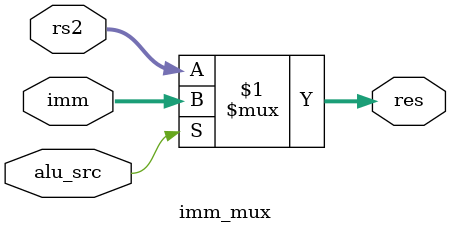
<source format=v>
module imm_mux(
    input [63:0] rs2,
    input [63:0] imm,
    output [63:0] res,
    input alu_src
);

    assign res = alu_src ? imm : rs2;

endmodule
</source>
